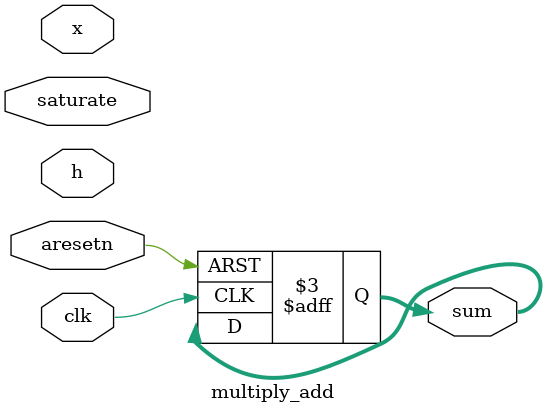
<source format=v>
module multiply_add(
  clk,
  aresetn,

  x,
  h,

  saturate,

  sum
);

  parameter KERNEL_LEN = 8;
  parameter I_OPP_W = 8;
  parameter O_OPP_W = 8;

  input clk;
  input aresetn;

  input [I_OPP_W * KERNEL_LEN - 1:0] x;
  input [I_OPP_W * KERNEL_LEN - 1:0] h;

  input saturate;

  output reg [O_OPP_W - 1:0] sum;

  always@(posedge clk, negedge aresetn) begin
    if(aresetn == 0) begin
      sum <= 0;
    end else begin

    end
  end

endmodule

</source>
